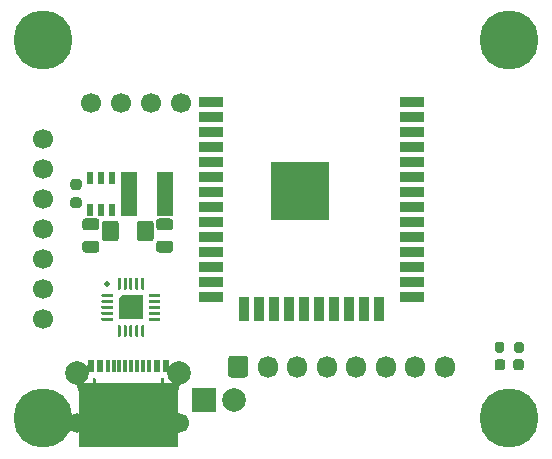
<source format=gbr>
%TF.GenerationSoftware,KiCad,Pcbnew,(5.1.9-0-10_14)*%
%TF.CreationDate,2021-05-26T10:13:11+01:00*%
%TF.ProjectId,EnvMon,456e764d-6f6e-42e6-9b69-6361645f7063,3*%
%TF.SameCoordinates,Original*%
%TF.FileFunction,Soldermask,Top*%
%TF.FilePolarity,Negative*%
%FSLAX46Y46*%
G04 Gerber Fmt 4.6, Leading zero omitted, Abs format (unit mm)*
G04 Created by KiCad (PCBNEW (5.1.9-0-10_14)) date 2021-05-26 10:13:11*
%MOMM*%
%LPD*%
G01*
G04 APERTURE LIST*
%ADD10R,0.600000X1.100000*%
%ADD11R,1.425000X3.700000*%
%ADD12R,2.000000X0.900000*%
%ADD13R,0.900000X2.000000*%
%ADD14R,5.000000X5.000000*%
%ADD15C,0.350000*%
%ADD16C,0.500000*%
%ADD17C,0.100000*%
%ADD18C,2.000000*%
%ADD19R,2.000000X2.000000*%
%ADD20C,1.700000*%
%ADD21C,5.000000*%
%ADD22O,1.700000X1.850000*%
%ADD23R,0.600000X1.140000*%
%ADD24R,0.300000X1.140000*%
G04 APERTURE END LIST*
%TO.C,R10*%
G36*
G01*
X132425000Y-91775000D02*
X132425000Y-91225000D01*
G75*
G02*
X132625000Y-91025000I200000J0D01*
G01*
X133025000Y-91025000D01*
G75*
G02*
X133225000Y-91225000I0J-200000D01*
G01*
X133225000Y-91775000D01*
G75*
G02*
X133025000Y-91975000I-200000J0D01*
G01*
X132625000Y-91975000D01*
G75*
G02*
X132425000Y-91775000I0J200000D01*
G01*
G37*
G36*
G01*
X130775000Y-91775000D02*
X130775000Y-91225000D01*
G75*
G02*
X130975000Y-91025000I200000J0D01*
G01*
X131375000Y-91025000D01*
G75*
G02*
X131575000Y-91225000I0J-200000D01*
G01*
X131575000Y-91775000D01*
G75*
G02*
X131375000Y-91975000I-200000J0D01*
G01*
X130975000Y-91975000D01*
G75*
G02*
X130775000Y-91775000I0J200000D01*
G01*
G37*
%TD*%
%TO.C,D1*%
G36*
G01*
X132350000Y-93256250D02*
X132350000Y-92743750D01*
G75*
G02*
X132568750Y-92525000I218750J0D01*
G01*
X133006250Y-92525000D01*
G75*
G02*
X133225000Y-92743750I0J-218750D01*
G01*
X133225000Y-93256250D01*
G75*
G02*
X133006250Y-93475000I-218750J0D01*
G01*
X132568750Y-93475000D01*
G75*
G02*
X132350000Y-93256250I0J218750D01*
G01*
G37*
G36*
G01*
X130775000Y-93256250D02*
X130775000Y-92743750D01*
G75*
G02*
X130993750Y-92525000I218750J0D01*
G01*
X131431250Y-92525000D01*
G75*
G02*
X131650000Y-92743750I0J-218750D01*
G01*
X131650000Y-93256250D01*
G75*
G02*
X131431250Y-93475000I-218750J0D01*
G01*
X130993750Y-93475000D01*
G75*
G02*
X130775000Y-93256250I0J218750D01*
G01*
G37*
%TD*%
D10*
%TO.C,Reg1*%
X98375000Y-77150000D03*
X96475000Y-77150000D03*
X97425000Y-77150000D03*
X96475000Y-79850000D03*
X97425000Y-79850000D03*
X98375000Y-79850000D03*
G36*
G01*
X102350000Y-80600000D02*
X103300000Y-80600000D01*
G75*
G02*
X103550000Y-80850000I0J-250000D01*
G01*
X103550000Y-81350000D01*
G75*
G02*
X103300000Y-81600000I-250000J0D01*
G01*
X102350000Y-81600000D01*
G75*
G02*
X102100000Y-81350000I0J250000D01*
G01*
X102100000Y-80850000D01*
G75*
G02*
X102350000Y-80600000I250000J0D01*
G01*
G37*
G36*
G01*
X102350000Y-82500000D02*
X103300000Y-82500000D01*
G75*
G02*
X103550000Y-82750000I0J-250000D01*
G01*
X103550000Y-83250000D01*
G75*
G02*
X103300000Y-83500000I-250000J0D01*
G01*
X102350000Y-83500000D01*
G75*
G02*
X102100000Y-83250000I0J250000D01*
G01*
X102100000Y-82750000D01*
G75*
G02*
X102350000Y-82500000I250000J0D01*
G01*
G37*
G36*
G01*
X96100000Y-82500000D02*
X97050000Y-82500000D01*
G75*
G02*
X97300000Y-82750000I0J-250000D01*
G01*
X97300000Y-83250000D01*
G75*
G02*
X97050000Y-83500000I-250000J0D01*
G01*
X96100000Y-83500000D01*
G75*
G02*
X95850000Y-83250000I0J250000D01*
G01*
X95850000Y-82750000D01*
G75*
G02*
X96100000Y-82500000I250000J0D01*
G01*
G37*
G36*
G01*
X96100000Y-80600000D02*
X97050000Y-80600000D01*
G75*
G02*
X97300000Y-80850000I0J-250000D01*
G01*
X97300000Y-81350000D01*
G75*
G02*
X97050000Y-81600000I-250000J0D01*
G01*
X96100000Y-81600000D01*
G75*
G02*
X95850000Y-81350000I0J250000D01*
G01*
X95850000Y-80850000D01*
G75*
G02*
X96100000Y-80600000I250000J0D01*
G01*
G37*
G36*
G01*
X95575000Y-78175000D02*
X95075000Y-78175000D01*
G75*
G02*
X94850000Y-77950000I0J225000D01*
G01*
X94850000Y-77500000D01*
G75*
G02*
X95075000Y-77275000I225000J0D01*
G01*
X95575000Y-77275000D01*
G75*
G02*
X95800000Y-77500000I0J-225000D01*
G01*
X95800000Y-77950000D01*
G75*
G02*
X95575000Y-78175000I-225000J0D01*
G01*
G37*
G36*
G01*
X95575000Y-79725000D02*
X95075000Y-79725000D01*
G75*
G02*
X94850000Y-79500000I0J225000D01*
G01*
X94850000Y-79050000D01*
G75*
G02*
X95075000Y-78825000I225000J0D01*
G01*
X95575000Y-78825000D01*
G75*
G02*
X95800000Y-79050000I0J-225000D01*
G01*
X95800000Y-79500000D01*
G75*
G02*
X95575000Y-79725000I-225000J0D01*
G01*
G37*
G36*
G01*
X97500000Y-82295626D02*
X97500000Y-81044374D01*
G75*
G02*
X97749374Y-80795000I249374J0D01*
G01*
X98675626Y-80795000D01*
G75*
G02*
X98925000Y-81044374I0J-249374D01*
G01*
X98925000Y-82295626D01*
G75*
G02*
X98675626Y-82545000I-249374J0D01*
G01*
X97749374Y-82545000D01*
G75*
G02*
X97500000Y-82295626I0J249374D01*
G01*
G37*
G36*
G01*
X100475000Y-82295626D02*
X100475000Y-81044374D01*
G75*
G02*
X100724374Y-80795000I249374J0D01*
G01*
X101650626Y-80795000D01*
G75*
G02*
X101900000Y-81044374I0J-249374D01*
G01*
X101900000Y-82295626D01*
G75*
G02*
X101650626Y-82545000I-249374J0D01*
G01*
X100724374Y-82545000D01*
G75*
G02*
X100475000Y-82295626I0J249374D01*
G01*
G37*
D11*
X102825000Y-78550000D03*
X99825000Y-78550000D03*
%TD*%
D12*
%TO.C,U2*%
X123750000Y-70745000D03*
X123750000Y-72015000D03*
X123750000Y-73285000D03*
X123750000Y-74555000D03*
X123750000Y-75825000D03*
X123750000Y-77095000D03*
X123750000Y-78365000D03*
X123750000Y-79635000D03*
X123750000Y-80905000D03*
X123750000Y-82175000D03*
X123750000Y-83445000D03*
X123750000Y-84715000D03*
X123750000Y-85985000D03*
X123750000Y-87255000D03*
D13*
X120965000Y-88255000D03*
X119695000Y-88255000D03*
X118425000Y-88255000D03*
X117155000Y-88255000D03*
X115885000Y-88255000D03*
X114615000Y-88255000D03*
X113345000Y-88255000D03*
X112075000Y-88255000D03*
X110805000Y-88255000D03*
X109535000Y-88255000D03*
D12*
X106750000Y-87255000D03*
X106750000Y-85985000D03*
X106750000Y-84715000D03*
X106750000Y-83445000D03*
X106750000Y-82175000D03*
X106750000Y-80905000D03*
X106750000Y-79635000D03*
X106750000Y-78365000D03*
X106750000Y-77095000D03*
X106750000Y-75825000D03*
X106750000Y-74555000D03*
X106750000Y-73285000D03*
X106750000Y-72015000D03*
X106750000Y-70745000D03*
D14*
X114250000Y-78245000D03*
%TD*%
D15*
%TO.C,U1*%
X99975000Y-88125000D03*
D16*
X97975000Y-86125000D03*
D17*
G36*
X100975000Y-89125000D02*
G01*
X98975000Y-89125000D01*
X98975000Y-87375000D01*
X99225000Y-87125000D01*
X100975000Y-87125000D01*
X100975000Y-89125000D01*
G37*
G36*
G01*
X98850000Y-86562500D02*
X98850000Y-85687500D01*
G75*
G02*
X98912500Y-85625000I62500J0D01*
G01*
X99037500Y-85625000D01*
G75*
G02*
X99100000Y-85687500I0J-62500D01*
G01*
X99100000Y-86562500D01*
G75*
G02*
X99037500Y-86625000I-62500J0D01*
G01*
X98912500Y-86625000D01*
G75*
G02*
X98850000Y-86562500I0J62500D01*
G01*
G37*
G36*
G01*
X99350000Y-86562500D02*
X99350000Y-85687500D01*
G75*
G02*
X99412500Y-85625000I62500J0D01*
G01*
X99537500Y-85625000D01*
G75*
G02*
X99600000Y-85687500I0J-62500D01*
G01*
X99600000Y-86562500D01*
G75*
G02*
X99537500Y-86625000I-62500J0D01*
G01*
X99412500Y-86625000D01*
G75*
G02*
X99350000Y-86562500I0J62500D01*
G01*
G37*
G36*
G01*
X99850000Y-86562500D02*
X99850000Y-85687500D01*
G75*
G02*
X99912500Y-85625000I62500J0D01*
G01*
X100037500Y-85625000D01*
G75*
G02*
X100100000Y-85687500I0J-62500D01*
G01*
X100100000Y-86562500D01*
G75*
G02*
X100037500Y-86625000I-62500J0D01*
G01*
X99912500Y-86625000D01*
G75*
G02*
X99850000Y-86562500I0J62500D01*
G01*
G37*
G36*
G01*
X100350000Y-86562500D02*
X100350000Y-85687500D01*
G75*
G02*
X100412500Y-85625000I62500J0D01*
G01*
X100537500Y-85625000D01*
G75*
G02*
X100600000Y-85687500I0J-62500D01*
G01*
X100600000Y-86562500D01*
G75*
G02*
X100537500Y-86625000I-62500J0D01*
G01*
X100412500Y-86625000D01*
G75*
G02*
X100350000Y-86562500I0J62500D01*
G01*
G37*
G36*
G01*
X100850000Y-86562500D02*
X100850000Y-85687500D01*
G75*
G02*
X100912500Y-85625000I62500J0D01*
G01*
X101037500Y-85625000D01*
G75*
G02*
X101100000Y-85687500I0J-62500D01*
G01*
X101100000Y-86562500D01*
G75*
G02*
X101037500Y-86625000I-62500J0D01*
G01*
X100912500Y-86625000D01*
G75*
G02*
X100850000Y-86562500I0J62500D01*
G01*
G37*
G36*
G01*
X101475000Y-87187500D02*
X101475000Y-87062500D01*
G75*
G02*
X101537500Y-87000000I62500J0D01*
G01*
X102412500Y-87000000D01*
G75*
G02*
X102475000Y-87062500I0J-62500D01*
G01*
X102475000Y-87187500D01*
G75*
G02*
X102412500Y-87250000I-62500J0D01*
G01*
X101537500Y-87250000D01*
G75*
G02*
X101475000Y-87187500I0J62500D01*
G01*
G37*
G36*
G01*
X101475000Y-87687500D02*
X101475000Y-87562500D01*
G75*
G02*
X101537500Y-87500000I62500J0D01*
G01*
X102412500Y-87500000D01*
G75*
G02*
X102475000Y-87562500I0J-62500D01*
G01*
X102475000Y-87687500D01*
G75*
G02*
X102412500Y-87750000I-62500J0D01*
G01*
X101537500Y-87750000D01*
G75*
G02*
X101475000Y-87687500I0J62500D01*
G01*
G37*
G36*
G01*
X101475000Y-88187500D02*
X101475000Y-88062500D01*
G75*
G02*
X101537500Y-88000000I62500J0D01*
G01*
X102412500Y-88000000D01*
G75*
G02*
X102475000Y-88062500I0J-62500D01*
G01*
X102475000Y-88187500D01*
G75*
G02*
X102412500Y-88250000I-62500J0D01*
G01*
X101537500Y-88250000D01*
G75*
G02*
X101475000Y-88187500I0J62500D01*
G01*
G37*
G36*
G01*
X101475000Y-88687500D02*
X101475000Y-88562500D01*
G75*
G02*
X101537500Y-88500000I62500J0D01*
G01*
X102412500Y-88500000D01*
G75*
G02*
X102475000Y-88562500I0J-62500D01*
G01*
X102475000Y-88687500D01*
G75*
G02*
X102412500Y-88750000I-62500J0D01*
G01*
X101537500Y-88750000D01*
G75*
G02*
X101475000Y-88687500I0J62500D01*
G01*
G37*
G36*
G01*
X101475000Y-89187500D02*
X101475000Y-89062500D01*
G75*
G02*
X101537500Y-89000000I62500J0D01*
G01*
X102412500Y-89000000D01*
G75*
G02*
X102475000Y-89062500I0J-62500D01*
G01*
X102475000Y-89187500D01*
G75*
G02*
X102412500Y-89250000I-62500J0D01*
G01*
X101537500Y-89250000D01*
G75*
G02*
X101475000Y-89187500I0J62500D01*
G01*
G37*
G36*
G01*
X100850000Y-90562500D02*
X100850000Y-89687500D01*
G75*
G02*
X100912500Y-89625000I62500J0D01*
G01*
X101037500Y-89625000D01*
G75*
G02*
X101100000Y-89687500I0J-62500D01*
G01*
X101100000Y-90562500D01*
G75*
G02*
X101037500Y-90625000I-62500J0D01*
G01*
X100912500Y-90625000D01*
G75*
G02*
X100850000Y-90562500I0J62500D01*
G01*
G37*
G36*
G01*
X100350000Y-90562500D02*
X100350000Y-89687500D01*
G75*
G02*
X100412500Y-89625000I62500J0D01*
G01*
X100537500Y-89625000D01*
G75*
G02*
X100600000Y-89687500I0J-62500D01*
G01*
X100600000Y-90562500D01*
G75*
G02*
X100537500Y-90625000I-62500J0D01*
G01*
X100412500Y-90625000D01*
G75*
G02*
X100350000Y-90562500I0J62500D01*
G01*
G37*
G36*
G01*
X99850000Y-90562500D02*
X99850000Y-89687500D01*
G75*
G02*
X99912500Y-89625000I62500J0D01*
G01*
X100037500Y-89625000D01*
G75*
G02*
X100100000Y-89687500I0J-62500D01*
G01*
X100100000Y-90562500D01*
G75*
G02*
X100037500Y-90625000I-62500J0D01*
G01*
X99912500Y-90625000D01*
G75*
G02*
X99850000Y-90562500I0J62500D01*
G01*
G37*
G36*
G01*
X99350000Y-90562500D02*
X99350000Y-89687500D01*
G75*
G02*
X99412500Y-89625000I62500J0D01*
G01*
X99537500Y-89625000D01*
G75*
G02*
X99600000Y-89687500I0J-62500D01*
G01*
X99600000Y-90562500D01*
G75*
G02*
X99537500Y-90625000I-62500J0D01*
G01*
X99412500Y-90625000D01*
G75*
G02*
X99350000Y-90562500I0J62500D01*
G01*
G37*
G36*
G01*
X98850000Y-90562500D02*
X98850000Y-89687500D01*
G75*
G02*
X98912500Y-89625000I62500J0D01*
G01*
X99037500Y-89625000D01*
G75*
G02*
X99100000Y-89687500I0J-62500D01*
G01*
X99100000Y-90562500D01*
G75*
G02*
X99037500Y-90625000I-62500J0D01*
G01*
X98912500Y-90625000D01*
G75*
G02*
X98850000Y-90562500I0J62500D01*
G01*
G37*
G36*
G01*
X97475000Y-89187500D02*
X97475000Y-89062500D01*
G75*
G02*
X97537500Y-89000000I62500J0D01*
G01*
X98412500Y-89000000D01*
G75*
G02*
X98475000Y-89062500I0J-62500D01*
G01*
X98475000Y-89187500D01*
G75*
G02*
X98412500Y-89250000I-62500J0D01*
G01*
X97537500Y-89250000D01*
G75*
G02*
X97475000Y-89187500I0J62500D01*
G01*
G37*
G36*
G01*
X97475000Y-88687500D02*
X97475000Y-88562500D01*
G75*
G02*
X97537500Y-88500000I62500J0D01*
G01*
X98412500Y-88500000D01*
G75*
G02*
X98475000Y-88562500I0J-62500D01*
G01*
X98475000Y-88687500D01*
G75*
G02*
X98412500Y-88750000I-62500J0D01*
G01*
X97537500Y-88750000D01*
G75*
G02*
X97475000Y-88687500I0J62500D01*
G01*
G37*
G36*
G01*
X97475000Y-88187500D02*
X97475000Y-88062500D01*
G75*
G02*
X97537500Y-88000000I62500J0D01*
G01*
X98412500Y-88000000D01*
G75*
G02*
X98475000Y-88062500I0J-62500D01*
G01*
X98475000Y-88187500D01*
G75*
G02*
X98412500Y-88250000I-62500J0D01*
G01*
X97537500Y-88250000D01*
G75*
G02*
X97475000Y-88187500I0J62500D01*
G01*
G37*
G36*
G01*
X97475000Y-87687500D02*
X97475000Y-87562500D01*
G75*
G02*
X97537500Y-87500000I62500J0D01*
G01*
X98412500Y-87500000D01*
G75*
G02*
X98475000Y-87562500I0J-62500D01*
G01*
X98475000Y-87687500D01*
G75*
G02*
X98412500Y-87750000I-62500J0D01*
G01*
X97537500Y-87750000D01*
G75*
G02*
X97475000Y-87687500I0J62500D01*
G01*
G37*
G36*
G01*
X97475000Y-87187500D02*
X97475000Y-87062500D01*
G75*
G02*
X97537500Y-87000000I62500J0D01*
G01*
X98412500Y-87000000D01*
G75*
G02*
X98475000Y-87062500I0J-62500D01*
G01*
X98475000Y-87187500D01*
G75*
G02*
X98412500Y-87250000I-62500J0D01*
G01*
X97537500Y-87250000D01*
G75*
G02*
X97475000Y-87187500I0J62500D01*
G01*
G37*
%TD*%
D18*
%TO.C,J2*%
X108740000Y-96000000D03*
D19*
X106200000Y-96000000D03*
%TD*%
D20*
%TO.C,M3*%
X104220000Y-70800000D03*
X101680000Y-70800000D03*
X99140000Y-70800000D03*
X96600000Y-70800000D03*
%TD*%
D21*
%TO.C,M2*%
X92500000Y-65500000D03*
X92500000Y-97500000D03*
X132000000Y-97500000D03*
X132000000Y-65500000D03*
D20*
X92500000Y-89120000D03*
X92500000Y-86580000D03*
X92500000Y-84040000D03*
X92500000Y-81500000D03*
X92500000Y-78960000D03*
X92500000Y-76420000D03*
X92500000Y-73880000D03*
%TD*%
D22*
%TO.C,J3*%
X126550000Y-93150000D03*
X124050000Y-93150000D03*
X121550000Y-93150000D03*
X119050000Y-93150000D03*
X116550000Y-93150000D03*
X114050000Y-93150000D03*
X111550000Y-93150000D03*
G36*
G01*
X108200000Y-93825000D02*
X108200000Y-92475000D01*
G75*
G02*
X108450000Y-92225000I250000J0D01*
G01*
X109650000Y-92225000D01*
G75*
G02*
X109900000Y-92475000I0J-250000D01*
G01*
X109900000Y-93825000D01*
G75*
G02*
X109650000Y-94075000I-250000J0D01*
G01*
X108450000Y-94075000D01*
G75*
G02*
X108200000Y-93825000I0J250000D01*
G01*
G37*
%TD*%
D17*
%TO.C,J1*%
G36*
X96563064Y-93010684D02*
G01*
X96575132Y-93012553D01*
X96586960Y-93015589D01*
X96598437Y-93019766D01*
X96609450Y-93025043D01*
X96619897Y-93031369D01*
X96629675Y-93038684D01*
X96638694Y-93046919D01*
X96646866Y-93055995D01*
X96654114Y-93065824D01*
X96660366Y-93076314D01*
X96665567Y-93087364D01*
X96669664Y-93098868D01*
X96672619Y-93110718D01*
X96674403Y-93122800D01*
X96675000Y-93134998D01*
X96674403Y-93147195D01*
X96672620Y-93159277D01*
X96669665Y-93171127D01*
X96665569Y-93182631D01*
X96660369Y-93193682D01*
X96654116Y-93204172D01*
X96646869Y-93214002D01*
X96638697Y-93223077D01*
X96629680Y-93231312D01*
X96619901Y-93238628D01*
X96609455Y-93244954D01*
X96598442Y-93250232D01*
X96586966Y-93254409D01*
X96575137Y-93257446D01*
X96563068Y-93259315D01*
X96550875Y-93259997D01*
X96538790Y-93260082D01*
X96439663Y-93266318D01*
X96344201Y-93281779D01*
X96250694Y-93306485D01*
X96160058Y-93340193D01*
X96073139Y-93382585D01*
X95990766Y-93433261D01*
X95913735Y-93491731D01*
X95842779Y-93557437D01*
X95778569Y-93629760D01*
X95721731Y-93707991D01*
X95672792Y-93791404D01*
X95632228Y-93879191D01*
X95600423Y-93970523D01*
X95577682Y-94064522D01*
X95571153Y-94110977D01*
X95576323Y-94193150D01*
X95626832Y-94505000D01*
X96751371Y-94505000D01*
X96735529Y-94253200D01*
X96735431Y-94251458D01*
X96735431Y-94248835D01*
X96735285Y-94246225D01*
X96735003Y-94205874D01*
X96735003Y-94204129D01*
X96735685Y-94191934D01*
X96737553Y-94179866D01*
X96740590Y-94168038D01*
X96744767Y-94156561D01*
X96750044Y-94145548D01*
X96756370Y-94135102D01*
X96763685Y-94125323D01*
X96771920Y-94116304D01*
X96780996Y-94108133D01*
X96790826Y-94100885D01*
X96801315Y-94094632D01*
X96812365Y-94089432D01*
X96823870Y-94085336D01*
X96835719Y-94082381D01*
X96847801Y-94080596D01*
X96859999Y-94080000D01*
X96872197Y-94080597D01*
X96884279Y-94082380D01*
X96896129Y-94085335D01*
X96907633Y-94089431D01*
X96918683Y-94094631D01*
X96929173Y-94100884D01*
X96939003Y-94108132D01*
X96948078Y-94116303D01*
X96956314Y-94125321D01*
X96963629Y-94135100D01*
X96969955Y-94145546D01*
X96975232Y-94156560D01*
X96979410Y-94168036D01*
X96982446Y-94179865D01*
X96984315Y-94191933D01*
X96984997Y-94204126D01*
X96985255Y-94240993D01*
X97001865Y-94505000D01*
X102497196Y-94505000D01*
X102501655Y-94474804D01*
X102515149Y-94198894D01*
X102515246Y-94197151D01*
X102516608Y-94185014D01*
X102519148Y-94173069D01*
X102522840Y-94161429D01*
X102527651Y-94150203D01*
X102533534Y-94139502D01*
X102540434Y-94129425D01*
X102548283Y-94120070D01*
X102557009Y-94111525D01*
X102566527Y-94103873D01*
X102576746Y-94097185D01*
X102587569Y-94091528D01*
X102598892Y-94086953D01*
X102610607Y-94083505D01*
X102622603Y-94081216D01*
X102634766Y-94080109D01*
X102646978Y-94080195D01*
X102659123Y-94081472D01*
X102671087Y-94083927D01*
X102682753Y-94087538D01*
X102694010Y-94092271D01*
X102704753Y-94098080D01*
X102714878Y-94104908D01*
X102724288Y-94112693D01*
X102732893Y-94121359D01*
X102740612Y-94130822D01*
X102747370Y-94140995D01*
X102753103Y-94151778D01*
X102757757Y-94163069D01*
X102761287Y-94174760D01*
X102763659Y-94186740D01*
X102764850Y-94198894D01*
X102764851Y-94211106D01*
X102751058Y-94493121D01*
X102750961Y-94494864D01*
X102750371Y-94500118D01*
X102749893Y-94505000D01*
X103875145Y-94505000D01*
X103929806Y-94134837D01*
X103930481Y-94121039D01*
X103919634Y-94050967D01*
X103895581Y-93957290D01*
X103862506Y-93866416D01*
X103820721Y-93779204D01*
X103770625Y-93696485D01*
X103712696Y-93619049D01*
X103647483Y-93547633D01*
X103575612Y-93482918D01*
X103497771Y-93425530D01*
X103414700Y-93376010D01*
X103327197Y-93334835D01*
X103236101Y-93302398D01*
X103142261Y-93279001D01*
X103046594Y-93264873D01*
X102943894Y-93259851D01*
X102942152Y-93259754D01*
X102930015Y-93258392D01*
X102918070Y-93255853D01*
X102906429Y-93252161D01*
X102895204Y-93247350D01*
X102884502Y-93241466D01*
X102874425Y-93234566D01*
X102865071Y-93226717D01*
X102856526Y-93217991D01*
X102848873Y-93208473D01*
X102842186Y-93198254D01*
X102836528Y-93187432D01*
X102831953Y-93176109D01*
X102828505Y-93164394D01*
X102826216Y-93152397D01*
X102825109Y-93140235D01*
X102825195Y-93128022D01*
X102826472Y-93115877D01*
X102828927Y-93103914D01*
X102832538Y-93092247D01*
X102837271Y-93080990D01*
X102843079Y-93070247D01*
X102849908Y-93060123D01*
X102857693Y-93050713D01*
X102866359Y-93042108D01*
X102875822Y-93034389D01*
X102885994Y-93027630D01*
X102896777Y-93021897D01*
X102908068Y-93017243D01*
X102919759Y-93013713D01*
X102931739Y-93011341D01*
X102943893Y-93010150D01*
X102956106Y-93010149D01*
X103064911Y-93015470D01*
X103066653Y-93015567D01*
X103071897Y-93016155D01*
X103077066Y-93016662D01*
X103184832Y-93032576D01*
X103186557Y-93032843D01*
X103191689Y-93033934D01*
X103196812Y-93034948D01*
X103302511Y-93061302D01*
X103304201Y-93061736D01*
X103309207Y-93063324D01*
X103314201Y-93064832D01*
X103416824Y-93101374D01*
X103418464Y-93101970D01*
X103423288Y-93104038D01*
X103428115Y-93106027D01*
X103526682Y-93152409D01*
X103528256Y-93153163D01*
X103532834Y-93155680D01*
X103537467Y-93158143D01*
X103631037Y-93213923D01*
X103632530Y-93214827D01*
X103636849Y-93217784D01*
X103641209Y-93220681D01*
X103728890Y-93285325D01*
X103730288Y-93286371D01*
X103734310Y-93289746D01*
X103738355Y-93293044D01*
X103819309Y-93365936D01*
X103820598Y-93367113D01*
X103824280Y-93370873D01*
X103827974Y-93374541D01*
X103901428Y-93454984D01*
X103902596Y-93456280D01*
X103905908Y-93460400D01*
X103909213Y-93464394D01*
X103974468Y-93551622D01*
X103975504Y-93553026D01*
X103978375Y-93557414D01*
X103981298Y-93561747D01*
X104014121Y-93615944D01*
X104022568Y-93611529D01*
X104033891Y-93606953D01*
X104045607Y-93603506D01*
X104057603Y-93601217D01*
X104069765Y-93600110D01*
X104081978Y-93600195D01*
X104094123Y-93601472D01*
X104106086Y-93603927D01*
X104117753Y-93607539D01*
X104129010Y-93612271D01*
X104139753Y-93618080D01*
X104149878Y-93624909D01*
X104159288Y-93632694D01*
X104167893Y-93641359D01*
X104175612Y-93650823D01*
X104182370Y-93660995D01*
X104188103Y-93671778D01*
X104192757Y-93683069D01*
X104196287Y-93694760D01*
X104198659Y-93706740D01*
X104199850Y-93718894D01*
X104199851Y-93731107D01*
X104181424Y-94107891D01*
X104182420Y-94114327D01*
X104182676Y-94116053D01*
X104183153Y-94121303D01*
X104183697Y-94126473D01*
X104189778Y-94235238D01*
X104189864Y-94236981D01*
X104189827Y-94242257D01*
X104189863Y-94247450D01*
X104185301Y-94356290D01*
X104185216Y-94358033D01*
X104184669Y-94363232D01*
X104184194Y-94368452D01*
X104169033Y-94476327D01*
X104168779Y-94478053D01*
X104167717Y-94483226D01*
X104166745Y-94488323D01*
X104141130Y-94594203D01*
X104140708Y-94595897D01*
X104139156Y-94600911D01*
X104137682Y-94605920D01*
X104101857Y-94708794D01*
X104101272Y-94710438D01*
X104099238Y-94715277D01*
X104097282Y-94720118D01*
X104065824Y-94788199D01*
X104011694Y-95005303D01*
X104011260Y-95006993D01*
X104009676Y-95011988D01*
X104008164Y-95016994D01*
X103920000Y-95264587D01*
X103920000Y-97655000D01*
X104500000Y-97655000D01*
X104500000Y-98155000D01*
X103920000Y-98155000D01*
X103920000Y-99995000D01*
X95580000Y-99995000D01*
X95580000Y-98155000D01*
X95000000Y-98155000D01*
X95000000Y-97655000D01*
X95580000Y-97655000D01*
X95580000Y-95263766D01*
X95510290Y-95076322D01*
X95509693Y-95074682D01*
X95508181Y-95069675D01*
X95506597Y-95064681D01*
X95432550Y-94784421D01*
X95409394Y-94736091D01*
X95408651Y-94734512D01*
X95406687Y-94729651D01*
X95404662Y-94724833D01*
X95367403Y-94622466D01*
X95366818Y-94620822D01*
X95365339Y-94615796D01*
X95363792Y-94610800D01*
X95336701Y-94505288D01*
X95336279Y-94503595D01*
X95335294Y-94498433D01*
X95334245Y-94493325D01*
X95317580Y-94385673D01*
X95317324Y-94383946D01*
X95316847Y-94378704D01*
X95316303Y-94373527D01*
X95310222Y-94264762D01*
X95310136Y-94263019D01*
X95310173Y-94257743D01*
X95310137Y-94252549D01*
X95314699Y-94143710D01*
X95314784Y-94141967D01*
X95315333Y-94136747D01*
X95315806Y-94131548D01*
X95320053Y-94101330D01*
X95300669Y-93793235D01*
X95300571Y-93791492D01*
X95300571Y-93788869D01*
X95300425Y-93786259D01*
X95300003Y-93725874D01*
X95300003Y-93724128D01*
X95300685Y-93711934D01*
X95302553Y-93699866D01*
X95305590Y-93688038D01*
X95309767Y-93676561D01*
X95315044Y-93665548D01*
X95321370Y-93655101D01*
X95328685Y-93645323D01*
X95336920Y-93636304D01*
X95345996Y-93628133D01*
X95355826Y-93620885D01*
X95366315Y-93614632D01*
X95377365Y-93609432D01*
X95388870Y-93605336D01*
X95400720Y-93602381D01*
X95412801Y-93600596D01*
X95424999Y-93600000D01*
X95437197Y-93600597D01*
X95449279Y-93602380D01*
X95461129Y-93605335D01*
X95472633Y-93609431D01*
X95483683Y-93614631D01*
X95485884Y-93615943D01*
X95509194Y-93576213D01*
X95510087Y-93574714D01*
X95513025Y-93570358D01*
X95515881Y-93565994D01*
X95579911Y-93477864D01*
X95580946Y-93476459D01*
X95584294Y-93472412D01*
X95587563Y-93468346D01*
X95659888Y-93386884D01*
X95661056Y-93385587D01*
X95664801Y-93381868D01*
X95668433Y-93378159D01*
X95748362Y-93304144D01*
X95749650Y-93302967D01*
X95753728Y-93299641D01*
X95757717Y-93296294D01*
X95844487Y-93230432D01*
X95845884Y-93229386D01*
X95850278Y-93226467D01*
X95854564Y-93223532D01*
X95947347Y-93166452D01*
X95948840Y-93165548D01*
X95953504Y-93163068D01*
X95958049Y-93160569D01*
X96055950Y-93112819D01*
X96055958Y-93112815D01*
X96055967Y-93112811D01*
X96057532Y-93112061D01*
X96062359Y-93110072D01*
X96067183Y-93108004D01*
X96169286Y-93070032D01*
X96170926Y-93069435D01*
X96175933Y-93067923D01*
X96180927Y-93066339D01*
X96286247Y-93038512D01*
X96287937Y-93038078D01*
X96293090Y-93037058D01*
X96298194Y-93035973D01*
X96405727Y-93018557D01*
X96407452Y-93018290D01*
X96412676Y-93017778D01*
X96417863Y-93017196D01*
X96526583Y-93010356D01*
X96528326Y-93010258D01*
X96530947Y-93010258D01*
X96533557Y-93010112D01*
X96549124Y-93010003D01*
X96550869Y-93010003D01*
X96563064Y-93010684D01*
G37*
D23*
X97350000Y-93135000D03*
X102150000Y-93135000D03*
D20*
X104075000Y-97905000D03*
X95425000Y-97905000D03*
D18*
X104075000Y-93725000D03*
X95425000Y-93725000D03*
D24*
X100000000Y-93135000D03*
X99500000Y-93135000D03*
X100500000Y-93135000D03*
X99000000Y-93135000D03*
X101000000Y-93135000D03*
X98500000Y-93135000D03*
X101500000Y-93135000D03*
X98000000Y-93135000D03*
D23*
X102950000Y-93135000D03*
X96550000Y-93135000D03*
%TD*%
M02*

</source>
